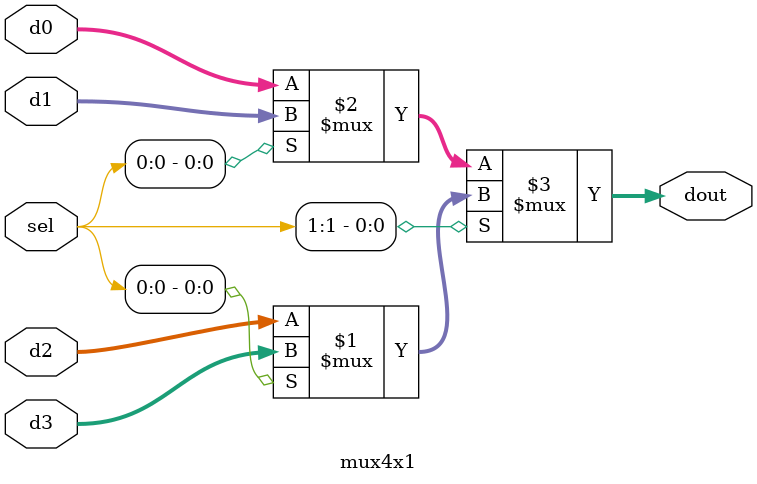
<source format=v>
`timescale 1ns / 1ps


// This module is just a normal 4x1 MUX module and it is used to select the multiplicands of the multiplier
module mux4x1(
    input [7 : 0]  d0, d1, d2, d3,
    input [1 : 0] sel,
    output [7 : 0] dout
    );
    
    assign dout = (sel[1] ? (sel[0] ? d3 : d2) : (sel[0] ? d1 : d0));
endmodule

</source>
